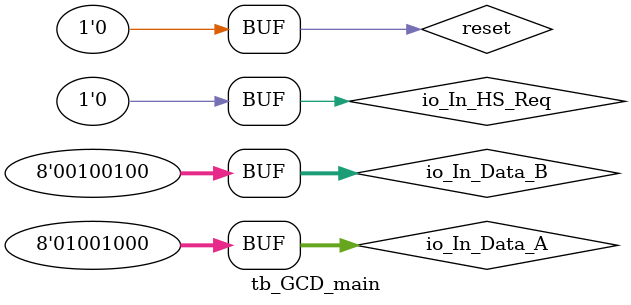
<source format=v>
`timescale 1ns / 1ps


module tb_GCD_main();

	reg				reset, io_In_HS_Req;
	reg		[7:0] 	io_In_Data_A, io_In_Data_B;
	wire	[7:0]	io_Out_Data_A, io_Out_Data_B;

GCD_main	uut(
	0,
	reset,
	io_In_HS_Req,
	io_In_HS_Ack,
	io_In_Data_A,
	io_In_Data_B,
	io_Out_HS_Req,
	io_Out_HS_Ack,
	io_Out_Data_A,
	io_Out_Data_B
);

	initial begin
	reset = 0;
	io_In_HS_Req = 0;
	io_In_Data_A = 0;
	io_In_Data_B = 0;
	#100;
	reset = 1;
	#100;
	reset = 0;
	#100;
	io_In_HS_Req = ~io_In_HS_Req;
	io_In_Data_A = 15;
	io_In_Data_B = 5;
	#100;
	io_In_HS_Req = ~io_In_HS_Req;
	io_In_Data_A = 21;
	io_In_Data_B = 7;
	#100;
	io_In_HS_Req = ~io_In_HS_Req;
	io_In_Data_A = 81;
	io_In_Data_B = 36;
	#100;
	io_In_HS_Req = ~io_In_HS_Req;
	io_In_Data_A = 72;
	io_In_Data_B = 36;
	#100;
	end

	assign #5 io_Out_HS_Ack = io_Out_HS_Req;

endmodule

</source>
